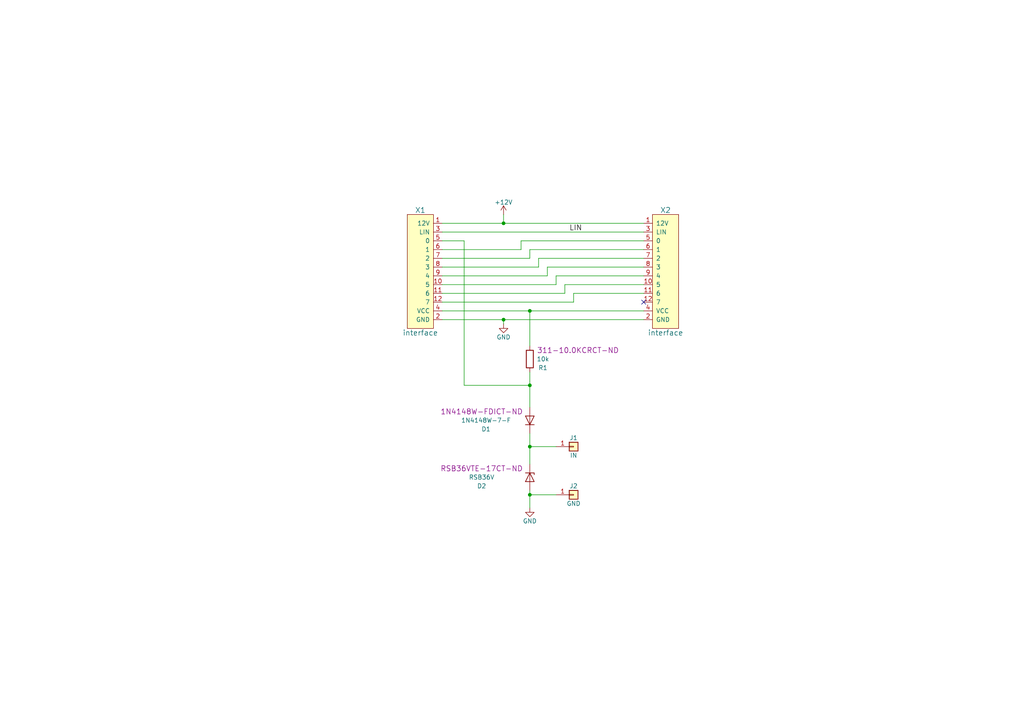
<source format=kicad_sch>
(kicad_sch (version 20230121) (generator eeschema)
  (paper "A4")
  (lib_symbols
    (symbol "input-pull-up-rescue:+12V" (power) (pin_names (offset 0))
      (property "Value" "+12V" (at 0 3.556 0))
      (symbol "+12V_0_1"
        (polyline (pts (xy -0.762 1.27) (xy 0 2.54)))
        (polyline (pts (xy 0 0) (xy 0 2.54)))
        (polyline (pts (xy 0 2.54) (xy 0.762 1.27)))
      )
      (symbol "+12V_1_1"
        (pin power_in line (at 0 0 90) (length 0) hide (name "+12V") (number "1"))
      )
    )
    (symbol "input-pull-up-rescue:Conn_01x01" (pin_names (offset 1.016) hide)
      (property "Reference" "J" (at 0 2.54 0))
      (property "Value" "Conn_01x01" (at 0 -2.54 0))
      (symbol "Conn_01x01_1_1"
        (rectangle (start -1.27 0.127) (end 0 -0.127) (stroke (width 0.1524)))
        (rectangle (start -1.27 1.27) (end 1.27 -1.27) (stroke (width 0.254)) (fill (type background)))
        (pin passive line (at -5.08 0 0) (length 3.81) (name "Pin_1") (number "1"))
      )
    )
    (symbol "input-pull-up-rescue:D" (pin_numbers hide) (pin_names (offset 1.016) hide)
      (property "Reference" "D" (at 0 2.54 0))
      (property "Value" "D" (at 0 -2.54 0))
      (symbol "D_0_1"
        (polyline (pts (xy -1.27 1.27) (xy -1.27 -1.27)) (stroke (width 0.2032)))
        (polyline (pts (xy 1.27 0) (xy -1.27 0)))
        (polyline (pts (xy 1.27 1.27) (xy 1.27 -1.27) (xy -1.27 0) (xy 1.27 1.27)) (stroke (width 0.2032)))
      )
      (symbol "D_1_1"
        (pin passive line (at -3.81 0 0) (length 2.54) (name "K") (number "1"))
        (pin passive line (at 3.81 0 180) (length 2.54) (name "A") (number "2"))
      )
    )
    (symbol "input-pull-up-rescue:D_Zener" (pin_numbers hide) (pin_names (offset 1.016) hide)
      (property "Reference" "D" (at 0 2.54 0))
      (property "Value" "D_Zener" (at 0 -2.54 0))
      (symbol "D_Zener_0_1"
        (polyline (pts (xy 1.27 0) (xy -1.27 0)))
        (polyline (pts (xy -1.27 -1.27) (xy -1.27 1.27) (xy -0.762 1.27)) (stroke (width 0.2032)))
        (polyline (pts (xy 1.27 -1.27) (xy 1.27 1.27) (xy -1.27 0) (xy 1.27 -1.27)) (stroke (width 0.2032)))
      )
      (symbol "D_Zener_1_1"
        (pin passive line (at -3.81 0 0) (length 2.54) (name "K") (number "1"))
        (pin passive line (at 3.81 0 180) (length 2.54) (name "A") (number "2"))
      )
    )
    (symbol "input-pull-up-rescue:GND" (power) (pin_names (offset 0))
      (property "Value" "GND" (at 0 -3.81 0))
      (symbol "GND_0_1"
        (polyline (pts (xy 0 0) (xy 0 -1.27) (xy 1.27 -1.27) (xy 0 -2.54) (xy -1.27 -1.27) (xy 0 -1.27)))
      )
      (symbol "GND_1_1"
        (pin power_in line (at 0 0 270) (length 0) hide (name "GND") (number "1"))
      )
    )
    (symbol "input-pull-up-rescue:R" (pin_numbers hide) (pin_names (offset 0))
      (property "Reference" "R" (at 2.032 0 90))
      (property "Value" "R" (at 0 0 90))
      (symbol "R_0_1"
        (rectangle (start -1.016 -2.54) (end 1.016 2.54) (stroke (width 0.254)))
      )
      (symbol "R_1_1"
        (pin passive line (at 0 3.81 270) (length 1.27) (name "~") (number "1"))
        (pin passive line (at 0 -3.81 90) (length 1.27) (name "~") (number "2"))
      )
    )
    (symbol "interface:interface" (pin_names (offset 1.016))
      (property "Reference" "X" (at 0 17.78 0))
      (property "Value" "interface" (at 0 -17.78 0))
      (symbol "interface_0_1"
        (rectangle (start 3.81 16.51) (end -3.81 -16.51) (fill (type background)))
      )
      (symbol "interface_1_1"
        (pin bidirectional line (at 6.35 13.97 180) (length 2.54) (name "12V") (number "1"))
        (pin bidirectional line (at 6.35 -3.81 180) (length 2.54) (name "5") (number "10"))
        (pin bidirectional line (at 6.35 -6.35 180) (length 2.54) (name "6") (number "11"))
        (pin bidirectional line (at 6.35 -8.89 180) (length 2.54) (name "7") (number "12"))
        (pin bidirectional line (at 6.35 -13.97 180) (length 2.54) (name "GND") (number "2"))
        (pin bidirectional line (at 6.35 11.43 180) (length 2.54) (name "LIN") (number "3"))
        (pin input line (at 6.35 -11.43 180) (length 2.54) (name "VCC") (number "4"))
        (pin bidirectional line (at 6.35 8.89 180) (length 2.54) (name "0") (number "5"))
        (pin bidirectional line (at 6.35 6.35 180) (length 2.54) (name "1") (number "6"))
        (pin bidirectional line (at 6.35 3.81 180) (length 2.54) (name "2") (number "7"))
        (pin bidirectional line (at 6.35 1.27 180) (length 2.54) (name "3") (number "8"))
        (pin bidirectional line (at 6.35 -1.27 180) (length 2.54) (name "4") (number "9"))
      )
    )
  )
  (junction (at 153.67 111.76))
  (junction (at 146.05 92.71))
  (junction (at 146.05 64.77))
  (junction (at 153.67 90.17))
  (junction (at 153.67 129.54))
  (junction (at 153.67 143.51))
  (no_connect (at 186.69 87.63))
  (wire (pts (xy 128.27 64.77) (xy 146.05 64.77)))
  (wire (pts (xy 128.27 92.71) (xy 146.05 92.71)))
  (wire (pts (xy 128.27 77.47) (xy 156.21 77.47)))
  (wire (pts (xy 134.62 69.85) (xy 134.62 111.76)))
  (wire (pts (xy 153.67 107.95) (xy 153.67 111.76)))
  (wire (pts (xy 153.67 129.54) (xy 161.29 129.54)))
  (wire (pts (xy 153.67 111.76) (xy 153.67 118.11)))
  (wire (pts (xy 161.29 82.55) (xy 161.29 80.01)))
  (wire (pts (xy 134.62 111.76) (xy 153.67 111.76)))
  (wire (pts (xy 128.27 82.55) (xy 161.29 82.55)))
  (wire (pts (xy 128.27 72.39) (xy 151.13 72.39)))
  (wire (pts (xy 153.67 90.17) (xy 186.69 90.17)))
  (wire (pts (xy 153.67 72.39) (xy 153.67 74.93)))
  (wire (pts (xy 153.67 143.51) (xy 153.67 147.32)))
  (wire (pts (xy 156.21 77.47) (xy 156.21 74.93)))
  (wire (pts (xy 153.67 100.33) (xy 153.67 90.17)))
  (wire (pts (xy 153.67 74.93) (xy 128.27 74.93)))
  (wire (pts (xy 128.27 90.17) (xy 153.67 90.17)))
  (wire (pts (xy 186.69 72.39) (xy 153.67 72.39)))
  (wire (pts (xy 151.13 72.39) (xy 151.13 69.85)))
  (wire (pts (xy 163.83 85.09) (xy 128.27 85.09)))
  (wire (pts (xy 153.67 129.54) (xy 153.67 134.62)))
  (wire (pts (xy 146.05 64.77) (xy 186.69 64.77)))
  (wire (pts (xy 186.69 82.55) (xy 163.83 82.55)))
  (wire (pts (xy 161.29 143.51) (xy 153.67 143.51)))
  (wire (pts (xy 146.05 92.71) (xy 186.69 92.71)))
  (wire (pts (xy 161.29 80.01) (xy 186.69 80.01)))
  (wire (pts (xy 128.27 87.63) (xy 166.37 87.63)))
  (wire (pts (xy 163.83 82.55) (xy 163.83 85.09)))
  (wire (pts (xy 166.37 85.09) (xy 186.69 85.09)))
  (wire (pts (xy 146.05 62.23) (xy 146.05 64.77)))
  (wire (pts (xy 151.13 69.85) (xy 186.69 69.85)))
  (wire (pts (xy 153.67 142.24) (xy 153.67 143.51)))
  (wire (pts (xy 166.37 87.63) (xy 166.37 85.09)))
  (wire (pts (xy 158.75 77.47) (xy 158.75 80.01)))
  (wire (pts (xy 153.67 125.73) (xy 153.67 129.54)))
  (wire (pts (xy 128.27 69.85) (xy 134.62 69.85)))
  (wire (pts (xy 128.27 67.31) (xy 186.69 67.31)))
  (wire (pts (xy 156.21 74.93) (xy 186.69 74.93)))
  (wire (pts (xy 158.75 80.01) (xy 128.27 80.01)))
  (wire (pts (xy 186.69 77.47) (xy 158.75 77.47)))
  (wire (pts (xy 146.05 93.98) (xy 146.05 92.71)))
  (label "LIN" (at 165.1 67.31 0) (effects (font (size 1.524 1.524))))
  (symbol (lib_id "interface:interface") (at 121.92 78.74 0) (unit 1)
    (property "Reference" "X1" (at 121.92 60.96 0) (effects (font (size 1.524 1.524))))
    (property "Value" "interface" (at 121.92 96.52 0) (effects (font (size 1.524 1.524))))
    (property "Footprint" "interface:interface" (effects hide))
  )
  (symbol (lib_id "interface:interface") (at 193.04 78.74 0) (mirror y) (unit 1)
    (property "Reference" "X2" (at 193.04 60.96 0) (effects (font (size 1.524 1.524))))
    (property "Value" "interface" (at 193.04 96.52 0) (effects (font (size 1.524 1.524))))
    (property "Footprint" "interface:interface" (effects hide))
  )
  (symbol (lib_id "input-pull-up-rescue:D_Zener") (at 153.67 138.43 270) (unit 1)
    (property "Reference" "D2" (at 139.7 140.97 90))
    (property "Value" "RSB36V" (at 139.7 138.43 90))
    (property "Footprint" "Diodes_SMD:D_SOD-323" (effects hide))
    (property "Datasheet" "http://rohmfs.rohm.com/en/products/databook/datasheet/discrete/diode/zener/rsb36v.pdf" (effects hide))
    (property "DIGIKEY" "RSB36VTE-17CT-ND" (at 139.7 135.89 90) (effects (font (size 1.524 1.524))))
  )
  (symbol (lib_id "input-pull-up-rescue:D") (at 153.67 121.92 90) (unit 1)
    (property "Reference" "D1" (at 140.97 124.46 90))
    (property "Value" "1N4148W-7-F" (at 140.97 121.92 90))
    (property "Footprint" "Diodes_SMD:D_SOD-123" (effects hide))
    (property "Datasheet" "http://www.diodes.com/_files/datasheets/ds30086.pdf" (effects hide))
    (property "DIGIKEY" "1N4148W-FDICT-ND" (at 139.7 119.38 90) (effects (font (size 1.524 1.524))))
  )
  (symbol (lib_id "input-pull-up-rescue:GND") (at 153.67 147.32 0) (unit 1)
    (property "Reference" "#PWR01" (effects hide))
    (property "Value" "GND" (at 153.67 151.13 0))
  )
  (symbol (lib_id "input-pull-up-rescue:R") (at 153.67 104.14 180) (unit 1)
    (property "Reference" "R1" (at 157.48 106.68 0))
    (property "Value" "10k" (at 157.48 104.14 0))
    (property "Footprint" "Resistors_SMD:R_0805" (effects hide))
    (property "DIGIKEY" "311-10.0KCRCT-ND" (at 167.64 101.6 0) (effects (font (size 1.524 1.524))))
  )
  (symbol (lib_id "input-pull-up-rescue:+12V") (at 146.05 62.23 0) (unit 1)
    (property "Reference" "#PWR02" (effects hide))
    (property "Value" "+12V" (at 146.05 58.674 0))
  )
  (symbol (lib_id "input-pull-up-rescue:GND") (at 146.05 93.98 0) (unit 1)
    (property "Reference" "#PWR03" (effects hide))
    (property "Value" "GND" (at 146.05 97.79 0))
  )
  (symbol (lib_id "input-pull-up-rescue:Conn_01x01") (at 166.37 129.54 0) (unit 1)
    (property "Reference" "J1" (at 166.37 127 0))
    (property "Value" "IN" (at 166.37 132.08 0))
    (property "Footprint" "connectors:SolderWirePad_single_SMD_15x40mil" (effects hide))
  )
  (symbol (lib_id "input-pull-up-rescue:Conn_01x01") (at 166.37 143.51 0) (unit 1)
    (property "Reference" "J2" (at 166.37 140.97 0))
    (property "Value" "GND" (at 166.37 146.05 0))
    (property "Footprint" "connectors:SolderWirePad_single_SMD_15x40mil" (effects hide))
  )
)
</source>
